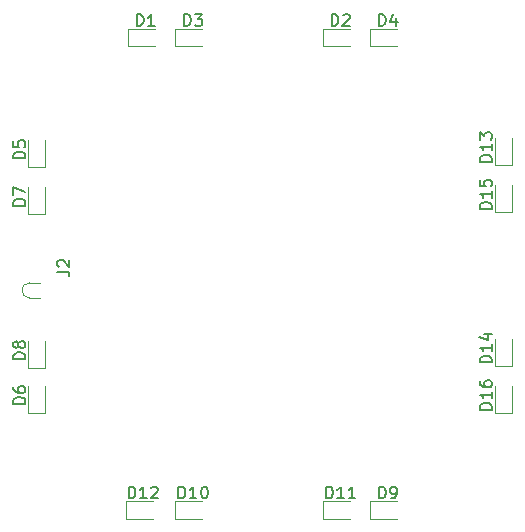
<source format=gbr>
%TF.GenerationSoftware,KiCad,Pcbnew,(5.99.0-2031-g4c5f3cb5b)*%
%TF.CreationDate,2020-06-28T22:12:08-05:00*%
%TF.ProjectId,InfinityMirrorSquare,496e6669-6e69-4747-994d-6972726f7253,rev?*%
%TF.SameCoordinates,Original*%
%TF.FileFunction,Legend,Top*%
%TF.FilePolarity,Positive*%
%FSLAX46Y46*%
G04 Gerber Fmt 4.6, Leading zero omitted, Abs format (unit mm)*
G04 Created by KiCad (PCBNEW (5.99.0-2031-g4c5f3cb5b)) date 2020-06-28 22:12:08*
%MOMM*%
%LPD*%
G01*
G04 APERTURE LIST*
%ADD10C,0.150000*%
%ADD11C,0.100000*%
%ADD12C,0.120000*%
G04 APERTURE END LIST*
D10*
%TO.C,J2*%
X91754380Y-52333333D02*
X92468666Y-52333333D01*
X92611523Y-52380952D01*
X92706761Y-52476190D01*
X92754380Y-52619047D01*
X92754380Y-52714285D01*
X91849619Y-51904761D02*
X91802000Y-51857142D01*
X91754380Y-51761904D01*
X91754380Y-51523809D01*
X91802000Y-51428571D01*
X91849619Y-51380952D01*
X91944857Y-51333333D01*
X92040095Y-51333333D01*
X92182952Y-51380952D01*
X92754380Y-51952380D01*
X92754380Y-51333333D01*
%TO.C,D16*%
X128522380Y-64001785D02*
X127522380Y-64001785D01*
X127522380Y-63763690D01*
X127570000Y-63620833D01*
X127665238Y-63525595D01*
X127760476Y-63477976D01*
X127950952Y-63430357D01*
X128093809Y-63430357D01*
X128284285Y-63477976D01*
X128379523Y-63525595D01*
X128474761Y-63620833D01*
X128522380Y-63763690D01*
X128522380Y-64001785D01*
X128522380Y-62477976D02*
X128522380Y-63049404D01*
X128522380Y-62763690D02*
X127522380Y-62763690D01*
X127665238Y-62858928D01*
X127760476Y-62954166D01*
X127808095Y-63049404D01*
X127522380Y-61620833D02*
X127522380Y-61811309D01*
X127570000Y-61906547D01*
X127617619Y-61954166D01*
X127760476Y-62049404D01*
X127950952Y-62097023D01*
X128331904Y-62097023D01*
X128427142Y-62049404D01*
X128474761Y-62001785D01*
X128522380Y-61906547D01*
X128522380Y-61716071D01*
X128474761Y-61620833D01*
X128427142Y-61573214D01*
X128331904Y-61525595D01*
X128093809Y-61525595D01*
X127998571Y-61573214D01*
X127950952Y-61620833D01*
X127903333Y-61716071D01*
X127903333Y-61906547D01*
X127950952Y-62001785D01*
X127998571Y-62049404D01*
X128093809Y-62097023D01*
%TO.C,D15*%
X128522380Y-47001785D02*
X127522380Y-47001785D01*
X127522380Y-46763690D01*
X127570000Y-46620833D01*
X127665238Y-46525595D01*
X127760476Y-46477976D01*
X127950952Y-46430357D01*
X128093809Y-46430357D01*
X128284285Y-46477976D01*
X128379523Y-46525595D01*
X128474761Y-46620833D01*
X128522380Y-46763690D01*
X128522380Y-47001785D01*
X128522380Y-45477976D02*
X128522380Y-46049404D01*
X128522380Y-45763690D02*
X127522380Y-45763690D01*
X127665238Y-45858928D01*
X127760476Y-45954166D01*
X127808095Y-46049404D01*
X127522380Y-44573214D02*
X127522380Y-45049404D01*
X127998571Y-45097023D01*
X127950952Y-45049404D01*
X127903333Y-44954166D01*
X127903333Y-44716071D01*
X127950952Y-44620833D01*
X127998571Y-44573214D01*
X128093809Y-44525595D01*
X128331904Y-44525595D01*
X128427142Y-44573214D01*
X128474761Y-44620833D01*
X128522380Y-44716071D01*
X128522380Y-44954166D01*
X128474761Y-45049404D01*
X128427142Y-45097023D01*
%TO.C,D14*%
X128522380Y-60001785D02*
X127522380Y-60001785D01*
X127522380Y-59763690D01*
X127570000Y-59620833D01*
X127665238Y-59525595D01*
X127760476Y-59477976D01*
X127950952Y-59430357D01*
X128093809Y-59430357D01*
X128284285Y-59477976D01*
X128379523Y-59525595D01*
X128474761Y-59620833D01*
X128522380Y-59763690D01*
X128522380Y-60001785D01*
X128522380Y-58477976D02*
X128522380Y-59049404D01*
X128522380Y-58763690D02*
X127522380Y-58763690D01*
X127665238Y-58858928D01*
X127760476Y-58954166D01*
X127808095Y-59049404D01*
X127855714Y-57620833D02*
X128522380Y-57620833D01*
X127474761Y-57858928D02*
X128189047Y-58097023D01*
X128189047Y-57477976D01*
%TO.C,D13*%
X128522380Y-43001785D02*
X127522380Y-43001785D01*
X127522380Y-42763690D01*
X127570000Y-42620833D01*
X127665238Y-42525595D01*
X127760476Y-42477976D01*
X127950952Y-42430357D01*
X128093809Y-42430357D01*
X128284285Y-42477976D01*
X128379523Y-42525595D01*
X128474761Y-42620833D01*
X128522380Y-42763690D01*
X128522380Y-43001785D01*
X128522380Y-41477976D02*
X128522380Y-42049404D01*
X128522380Y-41763690D02*
X127522380Y-41763690D01*
X127665238Y-41858928D01*
X127760476Y-41954166D01*
X127808095Y-42049404D01*
X127522380Y-41144642D02*
X127522380Y-40525595D01*
X127903333Y-40858928D01*
X127903333Y-40716071D01*
X127950952Y-40620833D01*
X127998571Y-40573214D01*
X128093809Y-40525595D01*
X128331904Y-40525595D01*
X128427142Y-40573214D01*
X128474761Y-40620833D01*
X128522380Y-40716071D01*
X128522380Y-41001785D01*
X128474761Y-41097023D01*
X128427142Y-41144642D01*
%TO.C,D12*%
X97785714Y-71522380D02*
X97785714Y-70522380D01*
X98023809Y-70522380D01*
X98166666Y-70570000D01*
X98261904Y-70665238D01*
X98309523Y-70760476D01*
X98357142Y-70950952D01*
X98357142Y-71093809D01*
X98309523Y-71284285D01*
X98261904Y-71379523D01*
X98166666Y-71474761D01*
X98023809Y-71522380D01*
X97785714Y-71522380D01*
X99309523Y-71522380D02*
X98738095Y-71522380D01*
X99023809Y-71522380D02*
X99023809Y-70522380D01*
X98928571Y-70665238D01*
X98833333Y-70760476D01*
X98738095Y-70808095D01*
X99690476Y-70617619D02*
X99738095Y-70570000D01*
X99833333Y-70522380D01*
X100071428Y-70522380D01*
X100166666Y-70570000D01*
X100214285Y-70617619D01*
X100261904Y-70712857D01*
X100261904Y-70808095D01*
X100214285Y-70950952D01*
X99642857Y-71522380D01*
X100261904Y-71522380D01*
%TO.C,D11*%
X114498214Y-71522380D02*
X114498214Y-70522380D01*
X114736309Y-70522380D01*
X114879166Y-70570000D01*
X114974404Y-70665238D01*
X115022023Y-70760476D01*
X115069642Y-70950952D01*
X115069642Y-71093809D01*
X115022023Y-71284285D01*
X114974404Y-71379523D01*
X114879166Y-71474761D01*
X114736309Y-71522380D01*
X114498214Y-71522380D01*
X116022023Y-71522380D02*
X115450595Y-71522380D01*
X115736309Y-71522380D02*
X115736309Y-70522380D01*
X115641071Y-70665238D01*
X115545833Y-70760476D01*
X115450595Y-70808095D01*
X116974404Y-71522380D02*
X116402976Y-71522380D01*
X116688690Y-71522380D02*
X116688690Y-70522380D01*
X116593452Y-70665238D01*
X116498214Y-70760476D01*
X116402976Y-70808095D01*
%TO.C,D10*%
X101998214Y-71522380D02*
X101998214Y-70522380D01*
X102236309Y-70522380D01*
X102379166Y-70570000D01*
X102474404Y-70665238D01*
X102522023Y-70760476D01*
X102569642Y-70950952D01*
X102569642Y-71093809D01*
X102522023Y-71284285D01*
X102474404Y-71379523D01*
X102379166Y-71474761D01*
X102236309Y-71522380D01*
X101998214Y-71522380D01*
X103522023Y-71522380D02*
X102950595Y-71522380D01*
X103236309Y-71522380D02*
X103236309Y-70522380D01*
X103141071Y-70665238D01*
X103045833Y-70760476D01*
X102950595Y-70808095D01*
X104141071Y-70522380D02*
X104236309Y-70522380D01*
X104331547Y-70570000D01*
X104379166Y-70617619D01*
X104426785Y-70712857D01*
X104474404Y-70903333D01*
X104474404Y-71141428D01*
X104426785Y-71331904D01*
X104379166Y-71427142D01*
X104331547Y-71474761D01*
X104236309Y-71522380D01*
X104141071Y-71522380D01*
X104045833Y-71474761D01*
X103998214Y-71427142D01*
X103950595Y-71331904D01*
X103902976Y-71141428D01*
X103902976Y-70903333D01*
X103950595Y-70712857D01*
X103998214Y-70617619D01*
X104045833Y-70570000D01*
X104141071Y-70522380D01*
%TO.C,D9*%
X118974404Y-71522380D02*
X118974404Y-70522380D01*
X119212500Y-70522380D01*
X119355357Y-70570000D01*
X119450595Y-70665238D01*
X119498214Y-70760476D01*
X119545833Y-70950952D01*
X119545833Y-71093809D01*
X119498214Y-71284285D01*
X119450595Y-71379523D01*
X119355357Y-71474761D01*
X119212500Y-71522380D01*
X118974404Y-71522380D01*
X120022023Y-71522380D02*
X120212500Y-71522380D01*
X120307738Y-71474761D01*
X120355357Y-71427142D01*
X120450595Y-71284285D01*
X120498214Y-71093809D01*
X120498214Y-70712857D01*
X120450595Y-70617619D01*
X120402976Y-70570000D01*
X120307738Y-70522380D01*
X120117261Y-70522380D01*
X120022023Y-70570000D01*
X119974404Y-70617619D01*
X119926785Y-70712857D01*
X119926785Y-70950952D01*
X119974404Y-71046190D01*
X120022023Y-71093809D01*
X120117261Y-71141428D01*
X120307738Y-71141428D01*
X120402976Y-71093809D01*
X120450595Y-71046190D01*
X120498214Y-70950952D01*
%TO.C,D8*%
X89022380Y-59738095D02*
X88022380Y-59738095D01*
X88022380Y-59500000D01*
X88070000Y-59357142D01*
X88165238Y-59261904D01*
X88260476Y-59214285D01*
X88450952Y-59166666D01*
X88593809Y-59166666D01*
X88784285Y-59214285D01*
X88879523Y-59261904D01*
X88974761Y-59357142D01*
X89022380Y-59500000D01*
X89022380Y-59738095D01*
X88450952Y-58595238D02*
X88403333Y-58690476D01*
X88355714Y-58738095D01*
X88260476Y-58785714D01*
X88212857Y-58785714D01*
X88117619Y-58738095D01*
X88070000Y-58690476D01*
X88022380Y-58595238D01*
X88022380Y-58404761D01*
X88070000Y-58309523D01*
X88117619Y-58261904D01*
X88212857Y-58214285D01*
X88260476Y-58214285D01*
X88355714Y-58261904D01*
X88403333Y-58309523D01*
X88450952Y-58404761D01*
X88450952Y-58595238D01*
X88498571Y-58690476D01*
X88546190Y-58738095D01*
X88641428Y-58785714D01*
X88831904Y-58785714D01*
X88927142Y-58738095D01*
X88974761Y-58690476D01*
X89022380Y-58595238D01*
X89022380Y-58404761D01*
X88974761Y-58309523D01*
X88927142Y-58261904D01*
X88831904Y-58214285D01*
X88641428Y-58214285D01*
X88546190Y-58261904D01*
X88498571Y-58309523D01*
X88450952Y-58404761D01*
%TO.C,D7*%
X89022380Y-46738095D02*
X88022380Y-46738095D01*
X88022380Y-46500000D01*
X88070000Y-46357142D01*
X88165238Y-46261904D01*
X88260476Y-46214285D01*
X88450952Y-46166666D01*
X88593809Y-46166666D01*
X88784285Y-46214285D01*
X88879523Y-46261904D01*
X88974761Y-46357142D01*
X89022380Y-46500000D01*
X89022380Y-46738095D01*
X88022380Y-45833333D02*
X88022380Y-45166666D01*
X89022380Y-45595238D01*
%TO.C,D6*%
X89022380Y-63525595D02*
X88022380Y-63525595D01*
X88022380Y-63287500D01*
X88070000Y-63144642D01*
X88165238Y-63049404D01*
X88260476Y-63001785D01*
X88450952Y-62954166D01*
X88593809Y-62954166D01*
X88784285Y-63001785D01*
X88879523Y-63049404D01*
X88974761Y-63144642D01*
X89022380Y-63287500D01*
X89022380Y-63525595D01*
X88022380Y-62097023D02*
X88022380Y-62287500D01*
X88070000Y-62382738D01*
X88117619Y-62430357D01*
X88260476Y-62525595D01*
X88450952Y-62573214D01*
X88831904Y-62573214D01*
X88927142Y-62525595D01*
X88974761Y-62477976D01*
X89022380Y-62382738D01*
X89022380Y-62192261D01*
X88974761Y-62097023D01*
X88927142Y-62049404D01*
X88831904Y-62001785D01*
X88593809Y-62001785D01*
X88498571Y-62049404D01*
X88450952Y-62097023D01*
X88403333Y-62192261D01*
X88403333Y-62382738D01*
X88450952Y-62477976D01*
X88498571Y-62525595D01*
X88593809Y-62573214D01*
%TO.C,D5*%
X89022380Y-42738095D02*
X88022380Y-42738095D01*
X88022380Y-42500000D01*
X88070000Y-42357142D01*
X88165238Y-42261904D01*
X88260476Y-42214285D01*
X88450952Y-42166666D01*
X88593809Y-42166666D01*
X88784285Y-42214285D01*
X88879523Y-42261904D01*
X88974761Y-42357142D01*
X89022380Y-42500000D01*
X89022380Y-42738095D01*
X88022380Y-41261904D02*
X88022380Y-41738095D01*
X88498571Y-41785714D01*
X88450952Y-41738095D01*
X88403333Y-41642857D01*
X88403333Y-41404761D01*
X88450952Y-41309523D01*
X88498571Y-41261904D01*
X88593809Y-41214285D01*
X88831904Y-41214285D01*
X88927142Y-41261904D01*
X88974761Y-41309523D01*
X89022380Y-41404761D01*
X89022380Y-41642857D01*
X88974761Y-41738095D01*
X88927142Y-41785714D01*
%TO.C,D4*%
X118974404Y-31522380D02*
X118974404Y-30522380D01*
X119212500Y-30522380D01*
X119355357Y-30570000D01*
X119450595Y-30665238D01*
X119498214Y-30760476D01*
X119545833Y-30950952D01*
X119545833Y-31093809D01*
X119498214Y-31284285D01*
X119450595Y-31379523D01*
X119355357Y-31474761D01*
X119212500Y-31522380D01*
X118974404Y-31522380D01*
X120402976Y-30855714D02*
X120402976Y-31522380D01*
X120164880Y-30474761D02*
X119926785Y-31189047D01*
X120545833Y-31189047D01*
%TO.C,D3*%
X102474404Y-31522380D02*
X102474404Y-30522380D01*
X102712500Y-30522380D01*
X102855357Y-30570000D01*
X102950595Y-30665238D01*
X102998214Y-30760476D01*
X103045833Y-30950952D01*
X103045833Y-31093809D01*
X102998214Y-31284285D01*
X102950595Y-31379523D01*
X102855357Y-31474761D01*
X102712500Y-31522380D01*
X102474404Y-31522380D01*
X103379166Y-30522380D02*
X103998214Y-30522380D01*
X103664880Y-30903333D01*
X103807738Y-30903333D01*
X103902976Y-30950952D01*
X103950595Y-30998571D01*
X103998214Y-31093809D01*
X103998214Y-31331904D01*
X103950595Y-31427142D01*
X103902976Y-31474761D01*
X103807738Y-31522380D01*
X103522023Y-31522380D01*
X103426785Y-31474761D01*
X103379166Y-31427142D01*
%TO.C,D2*%
X114974404Y-31522380D02*
X114974404Y-30522380D01*
X115212500Y-30522380D01*
X115355357Y-30570000D01*
X115450595Y-30665238D01*
X115498214Y-30760476D01*
X115545833Y-30950952D01*
X115545833Y-31093809D01*
X115498214Y-31284285D01*
X115450595Y-31379523D01*
X115355357Y-31474761D01*
X115212500Y-31522380D01*
X114974404Y-31522380D01*
X115926785Y-30617619D02*
X115974404Y-30570000D01*
X116069642Y-30522380D01*
X116307738Y-30522380D01*
X116402976Y-30570000D01*
X116450595Y-30617619D01*
X116498214Y-30712857D01*
X116498214Y-30808095D01*
X116450595Y-30950952D01*
X115879166Y-31522380D01*
X116498214Y-31522380D01*
%TO.C,D1*%
X98474404Y-31522380D02*
X98474404Y-30522380D01*
X98712500Y-30522380D01*
X98855357Y-30570000D01*
X98950595Y-30665238D01*
X98998214Y-30760476D01*
X99045833Y-30950952D01*
X99045833Y-31093809D01*
X98998214Y-31284285D01*
X98950595Y-31379523D01*
X98855357Y-31474761D01*
X98712500Y-31522380D01*
X98474404Y-31522380D01*
X99998214Y-31522380D02*
X99426785Y-31522380D01*
X99712500Y-31522380D02*
X99712500Y-30522380D01*
X99617261Y-30665238D01*
X99522023Y-30760476D01*
X99426785Y-30808095D01*
D11*
%TO.C,J2*%
X89381000Y-53270000D02*
G75*
G03*
X89381000Y-54540000I0J-635000D01*
G01*
X89381000Y-54540000D02*
X90270000Y-54540000D01*
X89381000Y-53270000D02*
X90270000Y-53270000D01*
D12*
%TO.C,D16*%
X130235000Y-64272500D02*
X130235000Y-61987500D01*
X128765000Y-64272500D02*
X130235000Y-64272500D01*
X128765000Y-61987500D02*
X128765000Y-64272500D01*
%TO.C,D15*%
X130235000Y-47272500D02*
X130235000Y-44987500D01*
X128765000Y-47272500D02*
X130235000Y-47272500D01*
X128765000Y-44987500D02*
X128765000Y-47272500D01*
%TO.C,D14*%
X130235000Y-60272500D02*
X130235000Y-57987500D01*
X128765000Y-60272500D02*
X130235000Y-60272500D01*
X128765000Y-57987500D02*
X128765000Y-60272500D01*
%TO.C,D13*%
X130235000Y-43272500D02*
X130235000Y-40987500D01*
X128765000Y-43272500D02*
X130235000Y-43272500D01*
X128765000Y-40987500D02*
X128765000Y-43272500D01*
%TO.C,D12*%
X97515000Y-73235000D02*
X99800000Y-73235000D01*
X97515000Y-71765000D02*
X97515000Y-73235000D01*
X99800000Y-71765000D02*
X97515000Y-71765000D01*
%TO.C,D11*%
X114227500Y-73235000D02*
X116512500Y-73235000D01*
X114227500Y-71765000D02*
X114227500Y-73235000D01*
X116512500Y-71765000D02*
X114227500Y-71765000D01*
%TO.C,D10*%
X101727500Y-73235000D02*
X104012500Y-73235000D01*
X101727500Y-71765000D02*
X101727500Y-73235000D01*
X104012500Y-71765000D02*
X101727500Y-71765000D01*
%TO.C,D9*%
X118227500Y-73235000D02*
X120512500Y-73235000D01*
X118227500Y-71765000D02*
X118227500Y-73235000D01*
X120512500Y-71765000D02*
X118227500Y-71765000D01*
%TO.C,D8*%
X90735000Y-60485000D02*
X90735000Y-58200000D01*
X89265000Y-60485000D02*
X90735000Y-60485000D01*
X89265000Y-58200000D02*
X89265000Y-60485000D01*
%TO.C,D7*%
X90735000Y-47485000D02*
X90735000Y-45200000D01*
X89265000Y-47485000D02*
X90735000Y-47485000D01*
X89265000Y-45200000D02*
X89265000Y-47485000D01*
%TO.C,D6*%
X90735000Y-64272500D02*
X90735000Y-61987500D01*
X89265000Y-64272500D02*
X90735000Y-64272500D01*
X89265000Y-61987500D02*
X89265000Y-64272500D01*
%TO.C,D5*%
X90735000Y-43485000D02*
X90735000Y-41200000D01*
X89265000Y-43485000D02*
X90735000Y-43485000D01*
X89265000Y-41200000D02*
X89265000Y-43485000D01*
%TO.C,D4*%
X118227500Y-33235000D02*
X120512500Y-33235000D01*
X118227500Y-31765000D02*
X118227500Y-33235000D01*
X120512500Y-31765000D02*
X118227500Y-31765000D01*
%TO.C,D3*%
X101727500Y-33235000D02*
X104012500Y-33235000D01*
X101727500Y-31765000D02*
X101727500Y-33235000D01*
X104012500Y-31765000D02*
X101727500Y-31765000D01*
%TO.C,D2*%
X114227500Y-33235000D02*
X116512500Y-33235000D01*
X114227500Y-31765000D02*
X114227500Y-33235000D01*
X116512500Y-31765000D02*
X114227500Y-31765000D01*
%TO.C,D1*%
X97727500Y-33235000D02*
X100012500Y-33235000D01*
X97727500Y-31765000D02*
X97727500Y-33235000D01*
X100012500Y-31765000D02*
X97727500Y-31765000D01*
%TD*%
M02*

</source>
